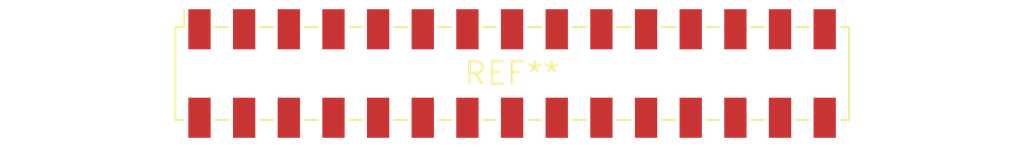
<source format=kicad_pcb>
(kicad_pcb (version 20240108) (generator pcbnew)
  (layers (0 "F.Cu" signal) (31 "B.Cu" signal) (34 "B.Paste" user) (35 "F.Paste" user) (36 "B.SilkS" user "B.Silkscreen") (37 "F.SilkS" user "F.Silkscreen") (38 "B.Mask" user) (39 "F.Mask" user) (44 "Edge.Cuts" user))
  (net 0 "")
  (footprint "Samtec_HLE-115-02-xxx-DV-A_2x15_P2.54mm_Horizontal" (layer "F.Cu") (at 0 0)
    (property "Reference" "REF**")
    (property "Value" "Samtec_HLE-115-02-xxx-DV-A_2x15_P2.54mm_Horizontal")
    (fp_line (start -19.16 -2.65) (end -19.16 2.65) (layer "F.SilkS") (stroke (width 0.12)))
    (fp_line (start -19.16 2.65) (end -18.675 2.65) (layer "F.SilkS") (stroke (width 0.12)))
    (fp_line (start -18.675 -3.67) (end -18.675 -2.65) (layer "F.SilkS") (stroke (width 0.12)))
    (fp_line (start -18.675 -2.65) (end -19.16 -2.65) (layer "F.SilkS") (stroke (width 0.12)))
    (fp_line (start -16.885 -2.65) (end -16.135 -2.65) (layer "F.SilkS") (stroke (width 0.12)))
    (fp_line (start -16.885 2.65) (end -16.135 2.65) (layer "F.SilkS") (stroke (width 0.12)))
    (fp_line (start -14.345 -2.65) (end -13.595 -2.65) (layer "F.SilkS") (stroke (width 0.12)))
    (fp_line (start -14.345 2.65) (end -13.595 2.65) (layer "F.SilkS") (stroke (width 0.12)))
    (fp_line (start -11.805 -2.65) (end -11.055 -2.65) (layer "F.SilkS") (stroke (width 0.12)))
    (fp_line (start -11.805 2.65) (end -11.055 2.65) (layer "F.SilkS") (stroke (width 0.12)))
    (fp_line (start -9.265 -2.65) (end -8.515 -2.65) (layer "F.SilkS") (stroke (width 0.12)))
    (fp_line (start -9.265 2.65) (end -8.515 2.65) (layer "F.SilkS") (stroke (width 0.12)))
    (fp_line (start -6.725 -2.65) (end -5.975 -2.65) (layer "F.SilkS") (stroke (width 0.12)))
    (fp_line (start -6.725 2.65) (end -5.975 2.65) (layer "F.SilkS") (stroke (width 0.12)))
    (fp_line (start -4.185 -2.65) (end -3.435 -2.65) (layer "F.SilkS") (stroke (width 0.12)))
    (fp_line (start -4.185 2.65) (end -3.435 2.65) (layer "F.SilkS") (stroke (width 0.12)))
    (fp_line (start -1.645 -2.65) (end -0.895 -2.65) (layer "F.SilkS") (stroke (width 0.12)))
    (fp_line (start -1.645 2.65) (end -0.895 2.65) (layer "F.SilkS") (stroke (width 0.12)))
    (fp_line (start 0.895 -2.65) (end 1.645 -2.65) (layer "F.SilkS") (stroke (width 0.12)))
    (fp_line (start 0.895 2.65) (end 1.645 2.65) (layer "F.SilkS") (stroke (width 0.12)))
    (fp_line (start 3.435 -2.65) (end 4.185 -2.65) (layer "F.SilkS") (stroke (width 0.12)))
    (fp_line (start 3.435 2.65) (end 4.185 2.65) (layer "F.SilkS") (stroke (width 0.12)))
    (fp_line (start 5.975 -2.65) (end 6.725 -2.65) (layer "F.SilkS") (stroke (width 0.12)))
    (fp_line (start 5.975 2.65) (end 6.725 2.65) (layer "F.SilkS") (stroke (width 0.12)))
    (fp_line (start 8.515 -2.65) (end 9.265 -2.65) (layer "F.SilkS") (stroke (width 0.12)))
    (fp_line (start 8.515 2.65) (end 9.265 2.65) (layer "F.SilkS") (stroke (width 0.12)))
    (fp_line (start 11.055 -2.65) (end 11.805 -2.65) (layer "F.SilkS") (stroke (width 0.12)))
    (fp_line (start 11.055 2.65) (end 11.805 2.65) (layer "F.SilkS") (stroke (width 0.12)))
    (fp_line (start 13.595 -2.65) (end 14.345 -2.65) (layer "F.SilkS") (stroke (width 0.12)))
    (fp_line (start 13.595 2.65) (end 14.345 2.65) (layer "F.SilkS") (stroke (width 0.12)))
    (fp_line (start 16.135 -2.65) (end 16.885 -2.65) (layer "F.SilkS") (stroke (width 0.12)))
    (fp_line (start 16.135 2.65) (end 16.885 2.65) (layer "F.SilkS") (stroke (width 0.12)))
    (fp_line (start 18.675 -2.65) (end 19.16 -2.65) (layer "F.SilkS") (stroke (width 0.12)))
    (fp_line (start 19.16 -2.65) (end 19.16 2.65) (layer "F.SilkS") (stroke (width 0.12)))
    (fp_line (start 19.16 2.65) (end 18.675 2.65) (layer "F.SilkS") (stroke (width 0.12)))
    (pad "" np_thru_hole circle (at -16.51 0) (size 1.78 1.78) (drill 1.78) (layers *.Cu *.Mask))
    (pad "" np_thru_hole circle (at 16.51 0) (size 1.78 1.78) (drill 1.78) (layers *.Cu *.Mask))
    (pad "1" smd rect (at -17.78 -2.525) (size 1.27 2.29) (layers "F.Cu" "F.Paste" "F.Mask"))
    (pad "2" smd rect (at -17.78 2.525) (size 1.27 2.29) (layers "F.Cu" "F.Paste" "F.Mask"))
    (pad "3" smd rect (at -15.24 -2.525) (size 1.27 2.29) (layers "F.Cu" "F.Paste" "F.Mask"))
    (pad "4" smd rect (at -15.24 2.525) (size 1.27 2.29) (layers "F.Cu" "F.Paste" "F.Mask"))
    (pad "5" smd rect (at -12.7 -2.525) (size 1.27 2.29) (layers "F.Cu" "F.Paste" "F.Mask"))
    (pad "6" smd rect (at -12.7 2.525) (size 1.27 2.29) (layers "F.Cu" "F.Paste" "F.Mask"))
    (pad "7" smd rect (at -10.16 -2.525) (size 1.27 2.29) (layers "F.Cu" "F.Paste" "F.Mask"))
    (pad "8" smd rect (at -10.16 2.525) (size 1.27 2.29) (layers "F.Cu" "F.Paste" "F.Mask"))
    (pad "9" smd rect (at -7.62 -2.525) (size 1.27 2.29) (layers "F.Cu" "F.Paste" "F.Mask"))
    (pad "10" smd rect (at -7.62 2.525) (size 1.27 2.29) (layers "F.Cu" "F.Paste" "F.Mask"))
    (pad "11" smd rect (at -5.08 -2.525) (size 1.27 2.29) (layers "F.Cu" "F.Paste" "F.Mask"))
    (pad "12" smd rect (at -5.08 2.525) (size 1.27 2.29) (layers "F.Cu" "F.Paste" "F.Mask"))
    (pad "13" smd rect (at -2.54 -2.525) (size 1.27 2.29) (layers "F.Cu" "F.Paste" "F.Mask"))
    (pad "14" smd rect (at -2.54 2.525) (size 1.27 2.29) (layers "F.Cu" "F.Paste" "F.Mask"))
    (pad "15" smd rect (at 0 -2.525) (size 1.27 2.29) (layers "F.Cu" "F.Paste" "F.Mask"))
    (pad "16" smd rect (at 0 2.525) (size 1.27 2.29) (layers "F.Cu" "F.Paste" "F.Mask"))
    (pad "17" smd rect (at 2.54 -2.525) (size 1.27 2.29) (layers "F.Cu" "F.Paste" "F.Mask"))
    (pad "18" smd rect (at 2.54 2.525) (size 1.27 2.29) (layers "F.Cu" "F.Paste" "F.Mask"))
    (pad "19" smd rect (at 5.08 -2.525) (size 1.27 2.29) (layers "F.Cu" "F.Paste" "F.Mask"))
    (pad "20" smd rect (at 5.08 2.525) (size 1.27 2.29) (layers "F.Cu" "F.Paste" "F.Mask"))
    (pad "21" smd rect (at 7.62 -2.525) (size 1.27 2.29) (layers "F.Cu" "F.Paste" "F.Mask"))
    (pad "22" smd rect (at 7.62 2.525) (size 1.27 2.29) (layers "F.Cu" "F.Paste" "F.Mask"))
    (pad "23" smd rect (at 10.16 -2.525) (size 1.27 2.29) (layers "F.Cu" "F.Paste" "F.Mask"))
    (pad "24" smd rect (at 10.16 2.525) (size 1.27 2.29) (layers "F.Cu" "F.Paste" "F.Mask"))
    (pad "25" smd rect (at 12.7 -2.525) (size 1.27 2.29) (layers "F.Cu" "F.Paste" "F.Mask"))
    (pad "26" smd rect (at 12.7 2.525) (size 1.27 2.29) (layers "F.Cu" "F.Paste" "F.Mask"))
    (pad "27" smd rect (at 15.24 -2.525) (size 1.27 2.29) (layers "F.Cu" "F.Paste" "F.Mask"))
    (pad "28" smd rect (at 15.24 2.525) (size 1.27 2.29) (layers "F.Cu" "F.Paste" "F.Mask"))
    (pad "29" smd rect (at 17.78 -2.525) (size 1.27 2.29) (layers "F.Cu" "F.Paste" "F.Mask"))
    (pad "30" smd rect (at 17.78 2.525) (size 1.27 2.29) (layers "F.Cu" "F.Paste" "F.Mask"))
  )
)
</source>
